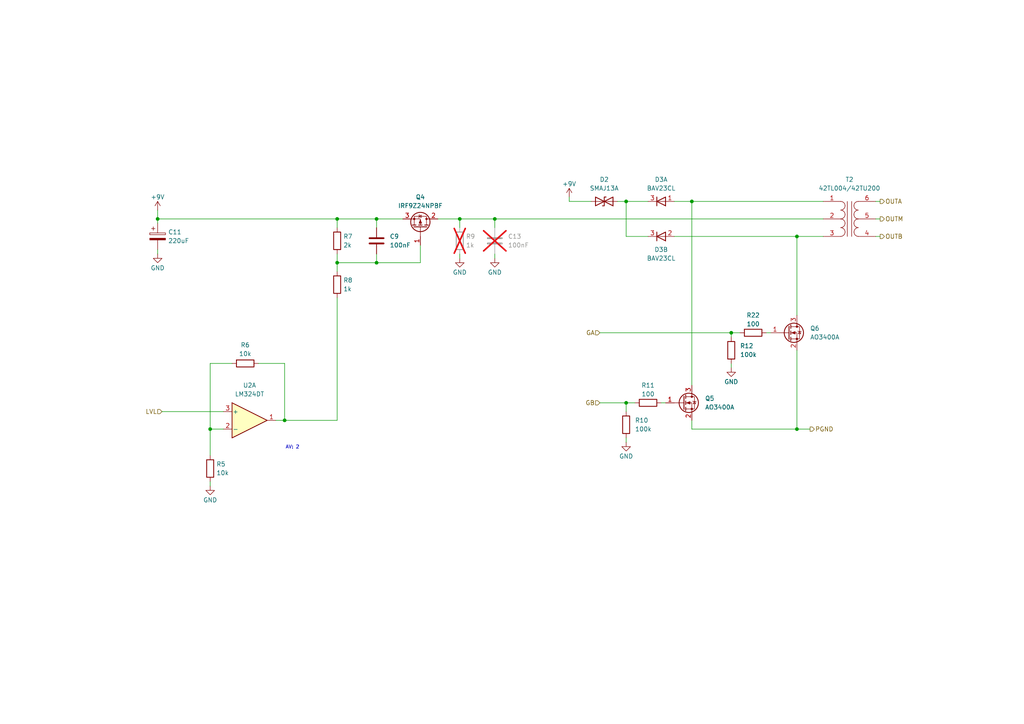
<source format=kicad_sch>
(kicad_sch (version 20231120) (generator "eeschema") (generator_version "8.0")
  (paper "A4")
  (title_block (title "SW32 - Output Board") (date "2024-05-27") (rev "1") (company "saawsm"))
  (lib_symbols
    (symbol "Amplifier_Operational:LM324" (pin_names (offset 0.127))
      (property "Reference" "U" (at 0 5.08 0))
      (property "Value" "LM324" (at 0 -5.08 0))
      (symbol "LM324_1_1"
        (polyline (pts (xy -5.08 5.08) (xy 5.08 0) (xy -5.08 -5.08) (xy -5.08 5.08)) (stroke (width 0.254)) (fill (type background)))
        (pin output line (at 7.62 0 180) (length 2.54) (name "~") (number "1"))
        (pin input line (at -7.62 -2.54 0) (length 2.54) (name "-") (number "2"))
        (pin input line (at -7.62 2.54 0) (length 2.54) (name "+") (number "3"))
      )
      (symbol "LM324_2_1"
        (polyline (pts (xy -5.08 5.08) (xy 5.08 0) (xy -5.08 -5.08) (xy -5.08 5.08)) (stroke (width 0.254)) (fill (type background)))
        (pin input line (at -7.62 2.54 0) (length 2.54) (name "+") (number "5"))
        (pin input line (at -7.62 -2.54 0) (length 2.54) (name "-") (number "6"))
        (pin output line (at 7.62 0 180) (length 2.54) (name "~") (number "7"))
      )
      (symbol "LM324_3_1"
        (polyline (pts (xy -5.08 5.08) (xy 5.08 0) (xy -5.08 -5.08) (xy -5.08 5.08)) (stroke (width 0.254)) (fill (type background)))
        (pin input line (at -7.62 2.54 0) (length 2.54) (name "+") (number "10"))
        (pin output line (at 7.62 0 180) (length 2.54) (name "~") (number "8"))
        (pin input line (at -7.62 -2.54 0) (length 2.54) (name "-") (number "9"))
      )
      (symbol "LM324_4_1"
        (polyline (pts (xy -5.08 5.08) (xy 5.08 0) (xy -5.08 -5.08) (xy -5.08 5.08)) (stroke (width 0.254)) (fill (type background)))
        (pin input line (at -7.62 2.54 0) (length 2.54) (name "+") (number "12"))
        (pin input line (at -7.62 -2.54 0) (length 2.54) (name "-") (number "13"))
        (pin output line (at 7.62 0 180) (length 2.54) (name "~") (number "14"))
      )
      (symbol "LM324_5_1"
        (pin power_in line (at -2.54 -7.62 90) (length 3.81) (name "V-") (number "11"))
        (pin power_in line (at -2.54 7.62 270) (length 3.81) (name "V+") (number "4"))
      )
    )
    (symbol "Device:C" (pin_numbers hide) (pin_names (offset 0.254))
      (property "Reference" "C" (at 0.635 2.54 0))
      (property "Value" "C" (at 0.635 -2.54 0))
      (symbol "C_0_1"
        (polyline (pts (xy -2.032 -0.762) (xy 2.032 -0.762)) (stroke (width 0.508)))
        (polyline (pts (xy -2.032 0.762) (xy 2.032 0.762)) (stroke (width 0.508)))
      )
      (symbol "C_1_1"
        (pin passive line (at 0 3.81 270) (length 2.794) (name "~") (number "1"))
        (pin passive line (at 0 -3.81 90) (length 2.794) (name "~") (number "2"))
      )
    )
    (symbol "Device:C_Polarized" (pin_numbers hide) (pin_names (offset 0.254))
      (property "Reference" "C" (at 0.635 2.54 0))
      (property "Value" "C_Polarized" (at 0.635 -2.54 0))
      (symbol "C_Polarized_0_1"
        (rectangle (start -2.286 0.508) (end 2.286 1.016))
        (polyline (pts (xy -1.778 2.286) (xy -0.762 2.286)))
        (polyline (pts (xy -1.27 2.794) (xy -1.27 1.778)))
        (rectangle (start 2.286 -0.508) (end -2.286 -1.016) (fill (type outline)))
      )
      (symbol "C_Polarized_1_1"
        (pin passive line (at 0 3.81 270) (length 2.794) (name "~") (number "1"))
        (pin passive line (at 0 -3.81 90) (length 2.794) (name "~") (number "2"))
      )
    )
    (symbol "Device:D_Dual_CommonCathode_AAK_Split" (pin_names (offset 0.762) hide)
      (property "Reference" "D" (at 0 2.54 0))
      (property "Value" "D_Dual_CommonCathode_AAK_Split" (at 0 -2.54 0))
      (symbol "D_Dual_CommonCathode_AAK_Split_0_0"
        (polyline (pts (xy 1.27 0) (xy -1.27 0)))
        (polyline (pts (xy 1.27 1.27) (xy 1.27 -1.27)) (stroke (width 0.254)))
      )
      (symbol "D_Dual_CommonCathode_AAK_Split_0_1"
        (polyline (pts (xy -1.27 1.27) (xy 1.27 0) (xy -1.27 -1.27) (xy -1.27 1.27) (xy -1.27 1.27) (xy -1.27 1.27)) (stroke (width 0.254)))
        (pin passive line (at 3.81 0 180) (length 2.54) (name "K") (number "3"))
      )
      (symbol "D_Dual_CommonCathode_AAK_Split_1_1"
        (pin passive line (at -3.81 0 0) (length 2.54) (name "A") (number "1"))
      )
      (symbol "D_Dual_CommonCathode_AAK_Split_2_1"
        (pin passive line (at -3.81 0 0) (length 2.54) (name "K") (number "2"))
      )
    )
    (symbol "Device:D_TVS" (pin_numbers hide) (pin_names (offset 1.016) hide)
      (property "Reference" "D" (at 0 2.54 0))
      (property "Value" "D_TVS" (at 0 -2.54 0))
      (symbol "D_TVS_0_1"
        (polyline (pts (xy 1.27 0) (xy -1.27 0)))
        (polyline (pts (xy 0.508 1.27) (xy 0 1.27) (xy 0 -1.27) (xy -0.508 -1.27)) (stroke (width 0.254)))
        (polyline (pts (xy -2.54 1.27) (xy -2.54 -1.27) (xy 2.54 1.27) (xy 2.54 -1.27) (xy -2.54 1.27)) (stroke (width 0.254)))
      )
      (symbol "D_TVS_1_1"
        (pin passive line (at -3.81 0 0) (length 2.54) (name "A1") (number "1"))
        (pin passive line (at 3.81 0 180) (length 2.54) (name "A2") (number "2"))
      )
    )
    (symbol "Device:Q_NMOS_GSD" (pin_names (offset 0) hide)
      (property "Reference" "Q" (at 5.08 1.27 0))
      (property "Value" "Q_NMOS_GSD" (at 5.08 -1.27 0))
      (symbol "Q_NMOS_GSD_0_1"
        (polyline (pts (xy 0.254 0) (xy -2.54 0)))
        (polyline (pts (xy 0.254 1.905) (xy 0.254 -1.905)) (stroke (width 0.254)))
        (polyline (pts (xy 0.762 -1.27) (xy 0.762 -2.286)) (stroke (width 0.254)))
        (polyline (pts (xy 0.762 0.508) (xy 0.762 -0.508)) (stroke (width 0.254)))
        (polyline (pts (xy 0.762 2.286) (xy 0.762 1.27)) (stroke (width 0.254)))
        (polyline (pts (xy 2.54 2.54) (xy 2.54 1.778)))
        (polyline (pts (xy 2.54 -2.54) (xy 2.54 0) (xy 0.762 0)))
        (polyline (pts (xy 0.762 -1.778) (xy 3.302 -1.778) (xy 3.302 1.778) (xy 0.762 1.778)))
        (polyline (pts (xy 1.016 0) (xy 2.032 0.381) (xy 2.032 -0.381) (xy 1.016 0)) (fill (type outline)))
        (polyline (pts (xy 2.794 0.508) (xy 2.921 0.381) (xy 3.683 0.381) (xy 3.81 0.254)))
        (polyline (pts (xy 3.302 0.381) (xy 2.921 -0.254) (xy 3.683 -0.254) (xy 3.302 0.381)))
        (circle (center 1.651 0) (radius 2.794) (stroke (width 0.254)))
        (circle (center 2.54 -1.778) (radius 0.254) (fill (type outline)))
        (circle (center 2.54 1.778) (radius 0.254) (fill (type outline)))
      )
      (symbol "Q_NMOS_GSD_1_1"
        (pin input line (at -5.08 0 0) (length 2.54) (name "G") (number "1"))
        (pin passive line (at 2.54 -5.08 90) (length 2.54) (name "S") (number "2"))
        (pin passive line (at 2.54 5.08 270) (length 2.54) (name "D") (number "3"))
      )
    )
    (symbol "Device:Q_PMOS_GDS" (pin_names (offset 0) hide)
      (property "Reference" "Q" (at 5.08 1.27 0))
      (property "Value" "Q_PMOS_GDS" (at 5.08 -1.27 0))
      (symbol "Q_PMOS_GDS_0_1"
        (polyline (pts (xy 0.254 0) (xy -2.54 0)))
        (polyline (pts (xy 0.254 1.905) (xy 0.254 -1.905)) (stroke (width 0.254)))
        (polyline (pts (xy 0.762 -1.27) (xy 0.762 -2.286)) (stroke (width 0.254)))
        (polyline (pts (xy 0.762 0.508) (xy 0.762 -0.508)) (stroke (width 0.254)))
        (polyline (pts (xy 0.762 2.286) (xy 0.762 1.27)) (stroke (width 0.254)))
        (polyline (pts (xy 2.54 2.54) (xy 2.54 1.778)))
        (polyline (pts (xy 2.54 -2.54) (xy 2.54 0) (xy 0.762 0)))
        (polyline (pts (xy 0.762 1.778) (xy 3.302 1.778) (xy 3.302 -1.778) (xy 0.762 -1.778)))
        (polyline (pts (xy 2.286 0) (xy 1.27 0.381) (xy 1.27 -0.381) (xy 2.286 0)) (fill (type outline)))
        (polyline (pts (xy 2.794 -0.508) (xy 2.921 -0.381) (xy 3.683 -0.381) (xy 3.81 -0.254)))
        (polyline (pts (xy 3.302 -0.381) (xy 2.921 0.254) (xy 3.683 0.254) (xy 3.302 -0.381)))
        (circle (center 1.651 0) (radius 2.794) (stroke (width 0.254)))
        (circle (center 2.54 -1.778) (radius 0.254) (fill (type outline)))
        (circle (center 2.54 1.778) (radius 0.254) (fill (type outline)))
      )
      (symbol "Q_PMOS_GDS_1_1"
        (pin input line (at -5.08 0 0) (length 2.54) (name "G") (number "1"))
        (pin passive line (at 2.54 5.08 270) (length 2.54) (name "D") (number "2"))
        (pin passive line (at 2.54 -5.08 90) (length 2.54) (name "S") (number "3"))
      )
    )
    (symbol "Device:R" (pin_numbers hide) (pin_names (offset 0))
      (property "Reference" "R" (at 2.032 0 90))
      (property "Value" "R" (at 0 0 90))
      (symbol "R_0_1"
        (rectangle (start -1.016 -2.54) (end 1.016 2.54) (stroke (width 0.254)))
      )
      (symbol "R_1_1"
        (pin passive line (at 0 3.81 270) (length 1.27) (name "~") (number "1"))
        (pin passive line (at 0 -3.81 90) (length 1.27) (name "~") (number "2"))
      )
    )
    (symbol "SaawLib:Transformer_SP_SS" (pin_names hide)
      (property "Reference" "T" (at 0 10.16 0))
      (property "Value" "Transformer_SP_SS" (at 0 7.62 0))
      (symbol "Transformer_SP_SS_0_1"
        (arc (start -2.54 -5.0546) (mid -1.6561 -4.6863) (end -1.27 -3.81))
        (arc (start -2.54 -2.5146) (mid -1.6561 -2.1463) (end -1.27 -1.27))
        (arc (start -2.54 0.0254) (mid -1.6561 0.3937) (end -1.27 1.27))
        (arc (start -2.54 2.5654) (mid -1.6561 2.9337) (end -1.27 3.81))
        (arc (start -1.27 -3.81) (mid -1.642 -2.912) (end -2.54 -2.54))
        (arc (start -1.27 -1.27) (mid -1.642 -0.372) (end -2.54 0))
        (arc (start -1.27 1.27) (mid -1.642 2.168) (end -2.54 2.54))
        (arc (start -1.27 3.81) (mid -1.642 4.708) (end -2.54 5.08))
        (polyline (pts (xy -0.635 5.08) (xy -0.635 -5.08)))
        (polyline (pts (xy 0.635 -5.08) (xy 0.635 5.08)))
        (arc (start 1.2954 -1.27) (mid 1.6599 -2.1501) (end 2.54 -2.5146))
        (arc (start 1.2954 1.27) (mid 1.6599 0.3899) (end 2.54 0.0254))
        (arc (start 1.2954 3.81) (mid 1.6599 2.9299) (end 2.54 2.5654))
        (arc (start 1.3208 -3.81) (mid 1.6853 -4.6901) (end 2.5654 -5.0546))
        (arc (start 2.54 0) (mid 1.6456 -0.3683) (end 1.2954 -1.27))
        (arc (start 2.54 2.54) (mid 1.6456 2.1717) (end 1.2954 1.27))
        (arc (start 2.54 5.08) (mid 1.6456 4.7117) (end 1.2954 3.81))
        (arc (start 2.5654 -2.54) (mid 1.671 -2.9083) (end 1.3208 -3.81))
      )
      (symbol "Transformer_SP_SS_1_1"
        (pin passive line (at -7.62 5.08 0) (length 5.08) (name "PR1") (number "1"))
        (pin passive line (at -7.62 0 0) (length 5.08) (name "PM") (number "2"))
        (pin passive line (at -7.62 -5.08 0) (length 5.08) (name "PR2") (number "3"))
        (pin passive line (at 7.62 -5.08 180) (length 5.08) (name "S1") (number "4"))
        (pin passive line (at 7.62 0 180) (length 5.08) (name "SM") (number "5"))
        (pin passive line (at 7.62 5.08 180) (length 5.08) (name "S2") (number "6"))
      )
    )
    (symbol "power:+9V" (power) (pin_numbers hide) (pin_names (offset 0) hide)
      (property "Value" "+9V" (at 0 3.556 0))
      (symbol "+9V_0_1"
        (polyline (pts (xy -0.762 1.27) (xy 0 2.54)))
        (polyline (pts (xy 0 0) (xy 0 2.54)))
        (polyline (pts (xy 0 2.54) (xy 0.762 1.27)))
      )
      (symbol "+9V_1_1"
        (pin power_in line (at 0 0 90) (length 0) (name "~") (number "1"))
      )
    )
    (symbol "power:GND" (power) (pin_numbers hide) (pin_names (offset 0) hide)
      (property "Value" "GND" (at 0 -3.81 0))
      (symbol "GND_0_1"
        (polyline (pts (xy 0 0) (xy 0 -1.27) (xy 1.27 -1.27) (xy 0 -2.54) (xy -1.27 -1.27) (xy 0 -1.27)))
      )
      (symbol "GND_1_1"
        (pin power_in line (at 0 0 270) (length 0) (name "~") (number "1"))
      )
    )
  )
  (junction (at 143.51 63.5))
  (junction (at 212.09 96.52))
  (junction (at 231.14 68.58))
  (junction (at 109.22 76.2))
  (junction (at 97.79 63.5))
  (junction (at 181.61 58.42))
  (junction (at 109.22 63.5))
  (junction (at 181.61 116.84))
  (junction (at 200.66 58.42))
  (junction (at 45.72 63.5))
  (junction (at 231.14 124.46))
  (junction (at 82.55 121.92))
  (junction (at 60.96 124.46))
  (junction (at 133.35 63.5))
  (junction (at 97.79 76.2))
  (wire (pts (xy 231.14 124.46) (xy 234.95 124.46)))
  (wire (pts (xy 97.79 63.5) (xy 97.79 66.04)))
  (wire (pts (xy 45.72 63.5) (xy 97.79 63.5)))
  (wire (pts (xy 212.09 97.79) (xy 212.09 96.52)))
  (wire (pts (xy 195.58 68.58) (xy 231.14 68.58)))
  (wire (pts (xy 179.07 58.42) (xy 181.61 58.42)))
  (wire (pts (xy 133.35 73.66) (xy 133.35 74.93)))
  (wire (pts (xy 181.61 68.58) (xy 181.61 58.42)))
  (wire (pts (xy 254 63.5) (xy 255.27 63.5)))
  (wire (pts (xy 45.72 63.5) (xy 45.72 64.77)))
  (wire (pts (xy 200.66 58.42) (xy 200.66 111.76)))
  (wire (pts (xy 173.99 96.52) (xy 212.09 96.52)))
  (wire (pts (xy 238.76 58.42) (xy 200.66 58.42)))
  (wire (pts (xy 195.58 58.42) (xy 200.66 58.42)))
  (wire (pts (xy 121.92 76.2) (xy 109.22 76.2)))
  (wire (pts (xy 184.15 116.84) (xy 181.61 116.84)))
  (wire (pts (xy 173.99 116.84) (xy 181.61 116.84)))
  (wire (pts (xy 127 63.5) (xy 133.35 63.5)))
  (wire (pts (xy 143.51 63.5) (xy 143.51 66.04)))
  (wire (pts (xy 212.09 96.52) (xy 214.63 96.52)))
  (wire (pts (xy 191.77 116.84) (xy 193.04 116.84)))
  (wire (pts (xy 181.61 68.58) (xy 187.96 68.58)))
  (wire (pts (xy 231.14 68.58) (xy 238.76 68.58)))
  (wire (pts (xy 181.61 58.42) (xy 187.96 58.42)))
  (wire (pts (xy 121.92 71.12) (xy 121.92 76.2)))
  (wire (pts (xy 60.96 124.46) (xy 60.96 132.08)))
  (wire (pts (xy 181.61 116.84) (xy 181.61 119.38)))
  (wire (pts (xy 181.61 128.27) (xy 181.61 127)))
  (wire (pts (xy 60.96 124.46) (xy 64.77 124.46)))
  (wire (pts (xy 46.99 119.38) (xy 64.77 119.38)))
  (wire (pts (xy 80.01 121.92) (xy 82.55 121.92)))
  (wire (pts (xy 97.79 121.92) (xy 97.79 86.36)))
  (wire (pts (xy 133.35 63.5) (xy 133.35 66.04)))
  (wire (pts (xy 212.09 106.68) (xy 212.09 105.41)))
  (wire (pts (xy 109.22 63.5) (xy 109.22 66.04)))
  (wire (pts (xy 200.66 124.46) (xy 231.14 124.46)))
  (wire (pts (xy 45.72 63.5) (xy 45.72 60.96)))
  (wire (pts (xy 231.14 124.46) (xy 231.14 101.6)))
  (wire (pts (xy 67.31 105.41) (xy 60.96 105.41)))
  (wire (pts (xy 165.1 58.42) (xy 171.45 58.42)))
  (wire (pts (xy 97.79 76.2) (xy 97.79 78.74)))
  (wire (pts (xy 109.22 76.2) (xy 97.79 76.2)))
  (wire (pts (xy 165.1 57.15) (xy 165.1 58.42)))
  (wire (pts (xy 60.96 105.41) (xy 60.96 124.46)))
  (wire (pts (xy 231.14 68.58) (xy 231.14 91.44)))
  (wire (pts (xy 222.25 96.52) (xy 223.52 96.52)))
  (wire (pts (xy 97.79 73.66) (xy 97.79 76.2)))
  (wire (pts (xy 82.55 121.92) (xy 97.79 121.92)))
  (wire (pts (xy 200.66 121.92) (xy 200.66 124.46)))
  (wire (pts (xy 254 68.58) (xy 255.27 68.58)))
  (wire (pts (xy 133.35 63.5) (xy 143.51 63.5)))
  (wire (pts (xy 97.79 63.5) (xy 109.22 63.5)))
  (wire (pts (xy 109.22 73.66) (xy 109.22 76.2)))
  (wire (pts (xy 109.22 63.5) (xy 116.84 63.5)))
  (wire (pts (xy 74.93 105.41) (xy 82.55 105.41)))
  (wire (pts (xy 82.55 105.41) (xy 82.55 121.92)))
  (wire (pts (xy 143.51 73.66) (xy 143.51 74.93)))
  (wire (pts (xy 45.72 72.39) (xy 45.72 73.66)))
  (wire (pts (xy 143.51 63.5) (xy 238.76 63.5)))
  (wire (pts (xy 60.96 139.7) (xy 60.96 140.97)))
  (wire (pts (xy 254 58.42) (xy 255.27 58.42)))
  (text "AV: 2" (at 84.836 129.794 0) (effects (font (size 1 1))))
  (hierarchical_label "OUTA" (shape output) (at 255.27 58.42 0))
  (hierarchical_label "GB" (shape input) (at 173.99 116.84 180))
  (hierarchical_label "PGND" (shape output) (at 234.95 124.46 0))
  (hierarchical_label "LVL" (shape input) (at 46.99 119.38 180))
  (hierarchical_label "OUTM" (shape output) (at 255.27 63.5 0))
  (hierarchical_label "OUTB" (shape output) (at 255.27 68.58 0))
  (hierarchical_label "GA" (shape input) (at 173.99 96.52 180))
  (symbol (lib_id "power:GND") (at 133.35 74.93 0) (unit 1)
    (property "Reference" "#PWR023" (effects (hide yes)))
    (property "Value" "GND" (at 133.35 78.994 0))
    (property "Description" "Power symbol creates a global label with name \"GND\" , ground" (effects (hide yes)))
    (instances (project "output_board" (path "" (reference "#PWR023") (unit 1)) (path "" (reference "#PWR031") (unit 1)) (path "" (reference "#PWR039") (unit 1)) (path "" (reference "#PWR047") (unit 1))))
  )
  (symbol (lib_id "Device:R") (at 218.44 96.52 90) (unit 1)
    (property "Reference" "R22" (at 218.44 91.44 90))
    (property "Value" "100" (at 218.44 93.98 90))
    (property "Footprint" "Resistor_SMD:R_0603_1608Metric" (effects (hide yes)))
    (property "Datasheet" "https://www.lcsc.com/datasheet/lcsc_datasheet_2206010130_UNI-ROYAL-Uniroyal-Elec-0603WAF1000T5E_C22775.pdf" (effects (hide yes)))
    (property "Description" "Resistor" (effects (hide yes)))
    (property "LCSC" "C22775" (effects (hide yes)))
    (property "Service" "PCBA" (effects (hide yes)))
    (instances (project "output_board" (path "" (reference "R22") (unit 1)) (path "" (reference "R31") (unit 1)) (path "" (reference "R40") (unit 1)) (path "" (reference "R13") (unit 1))))
  )
  (symbol (lib_id "Device:R") (at 97.79 82.55 180) (unit 1)
    (property "Reference" "R8" (at 99.568 81.28 0) (effects (justify right)))
    (property "Value" "1k" (at 99.568 83.82 0) (effects (justify right)))
    (property "Footprint" "Resistor_SMD:R_0603_1608Metric" (effects (hide yes)))
    (property "Datasheet" "https://www.lcsc.com/datasheet/lcsc_datasheet_2206010130_UNI-ROYAL-Uniroyal-Elec-0603WAF1001T5E_C21190.pdf" (effects (hide yes)))
    (property "Description" "Resistor" (effects (hide yes)))
    (property "LCSC" "C21190" (effects (hide yes)))
    (property "Service" "PCBA" (effects (hide yes)))
    (instances (project "output_board" (path "" (reference "R8") (unit 1)) (path "" (reference "R17") (unit 1)) (path "" (reference "R26") (unit 1)) (path "" (reference "R35") (unit 1))))
  )
  (symbol (lib_id "Device:R") (at 60.96 135.89 180) (unit 1)
    (property "Reference" "R5" (at 62.738 134.62 0) (effects (justify right)))
    (property "Value" "10k" (at 62.738 137.16 0) (effects (justify right)))
    (property "Footprint" "Resistor_SMD:R_0603_1608Metric" (effects (hide yes)))
    (property "Datasheet" "https://www.lcsc.com/datasheet/lcsc_datasheet_2206010045_UNI-ROYAL-Uniroyal-Elec-0603WAF1002T5E_C25804.pdf" (effects (hide yes)))
    (property "Description" "Resistor" (effects (hide yes)))
    (property "LCSC" "C25804" (effects (hide yes)))
    (property "Service" "PCBA" (effects (hide yes)))
    (instances (project "output_board" (path "" (reference "R5") (unit 1)) (path "" (reference "R14") (unit 1)) (path "" (reference "R23") (unit 1)) (path "" (reference "R32") (unit 1))))
  )
  (symbol (lib_id "Device:Q_PMOS_GDS") (at 121.92 66.04 270) (mirror x) (unit 1)
    (property "Reference" "Q4" (at 121.92 57.15 90))
    (property "Value" "IRF9Z24NPBF" (at 121.92 59.69 90))
    (property "Footprint" "Package_TO_SOT_THT:TO-220-3_Vertical" (effects (hide yes)))
    (property "Datasheet" "https://www.lcsc.com/datasheet/lcsc_datasheet_1809192211_Infineon-Technologies-IRF9Z24NPBF_C2576.pdf" (effects (hide yes)))
    (property "Description" "P-MOSFET transistor, gate/drain/source" (effects (hide yes)))
    (property "Service" "HandAssembly" (effects (hide yes)))
    (property "LCSC" "C2576" (effects (hide yes)))
    (instances (project "output_board" (path "" (reference "Q4") (unit 1)) (path "" (reference "Q7") (unit 1)) (path "" (reference "Q10") (unit 1)) (path "" (reference "Q1") (unit 1))))
  )
  (symbol (lib_id "Device:R") (at 181.61 123.19 0) (unit 1)
    (property "Reference" "R10" (at 184.15 121.9199 0) (effects (justify left)))
    (property "Value" "100k" (at 184.15 124.4599 0) (effects (justify left)))
    (property "Footprint" "Resistor_SMD:R_0603_1608Metric" (effects (hide yes)))
    (property "Datasheet" "https://www.lcsc.com/datasheet/lcsc_datasheet_2206010045_UNI-ROYAL-Uniroyal-Elec-0603WAF1003T5E_C25803.pdf" (effects (hide yes)))
    (property "Description" "Resistor" (effects (hide yes)))
    (property "Service" "PCBA" (effects (hide yes)))
    (property "LCSC" "C25803" (effects (hide yes)))
    (instances (project "output_board" (path "" (reference "R10") (unit 1)) (path "" (reference "R19") (unit 1)) (path "" (reference "R28") (unit 1)) (path "" (reference "R37") (unit 1))))
  )
  (symbol (lib_id "Device:R") (at 133.35 69.85 180) (unit 1) (in_bom no) (dnp yes)
    (property "Reference" "R9" (at 135.128 68.58 0) (effects (justify right)))
    (property "Value" "1k" (at 135.128 71.12 0) (effects (justify right)))
    (property "Footprint" "Resistor_SMD:R_0603_1608Metric" (effects (hide yes)))
    (property "Datasheet" "https://www.lcsc.com/datasheet/lcsc_datasheet_2206010130_UNI-ROYAL-Uniroyal-Elec-0603WAF1001T5E_C21190.pdf" (effects (hide yes)))
    (property "Description" "Resistor" (effects (hide yes)))
    (property "LCSC" "C21190" (effects (hide yes)))
    (property "Service" "PCBA" (effects (hide yes)))
    (instances (project "output_board" (path "" (reference "R9") (unit 1)) (path "" (reference "R18") (unit 1)) (path "" (reference "R27") (unit 1)) (path "" (reference "R36") (unit 1))))
  )
  (symbol (lib_id "power:GND") (at 212.09 106.68 0) (unit 1)
    (property "Reference" "#PWR035" (effects (hide yes)))
    (property "Value" "GND" (at 212.09 110.744 0))
    (property "Description" "Power symbol creates a global label with name \"GND\" , ground" (effects (hide yes)))
    (instances (project "output_board" (path "" (reference "#PWR035") (unit 1)) (path "" (reference "#PWR043") (unit 1)) (path "" (reference "#PWR051") (unit 1)) (path "" (reference "#PWR027") (unit 1))))
  )
  (symbol (lib_id "Device:Q_NMOS_GSD") (at 228.6 96.52 0) (unit 1)
    (property "Reference" "Q6" (at 234.95 95.2499 0) (effects (justify left)))
    (property "Value" "AO3400A" (at 234.95 97.7899 0) (effects (justify left)))
    (property "Footprint" "Package_TO_SOT_SMD:SOT-23" (effects (hide yes)))
    (property "Datasheet" "https://www.lcsc.com/datasheet/lcsc_datasheet_1811081213_Alpha---Omega-Semicon-AO3400A_C20917.pdf" (effects (hide yes)))
    (property "Description" "N-MOSFET transistor, gate/source/drain" (effects (hide yes)))
    (property "Service" "PCBA" (effects (hide yes)))
    (property "LCSC" "C20917" (effects (hide yes)))
    (instances (project "output_board" (path "" (reference "Q6") (unit 1)) (path "" (reference "Q9") (unit 1)) (path "" (reference "Q12") (unit 1)) (path "" (reference "Q3") (unit 1))))
  )
  (symbol (lib_id "SaawLib:Transformer_SP_SS") (at 246.38 63.5 0) (unit 1)
    (property "Reference" "T2" (at 246.38 52.07 0))
    (property "Value" "42TL004/42TU200" (at 246.38 54.61 0))
    (property "Footprint" "SaawLib:42TL_TU" (effects (hide yes)))
    (property "Datasheet" "https://www.mouser.com/datasheet/2/449/Yuetone_XC-600127-1212403.pdf" (effects (hide yes)))
    (property "Service" "HandAssembly" (effects (hide yes)))
    (instances (project "output_board" (path "" (reference "T2") (unit 1)) (path "" (reference "T3") (unit 1)) (path "" (reference "T4") (unit 1)) (path "" (reference "T1") (unit 1))))
  )
  (symbol (lib_id "power:GND") (at 143.51 74.93 0) (unit 1)
    (property "Reference" "#PWR024" (effects (hide yes)))
    (property "Value" "GND" (at 143.51 78.994 0))
    (property "Description" "Power symbol creates a global label with name \"GND\" , ground" (effects (hide yes)))
    (instances (project "output_board" (path "" (reference "#PWR024") (unit 1)) (path "" (reference "#PWR032") (unit 1)) (path "" (reference "#PWR040") (unit 1)) (path "" (reference "#PWR048") (unit 1))))
  )
  (symbol (lib_id "power:GND") (at 60.96 140.97 0) (unit 1)
    (property "Reference" "#PWR022" (effects (hide yes)))
    (property "Value" "GND" (at 60.96 145.034 0))
    (property "Description" "Power symbol creates a global label with name \"GND\" , ground" (effects (hide yes)))
    (instances (project "output_board" (path "" (reference "#PWR022") (unit 1)) (path "" (reference "#PWR030") (unit 1)) (path "" (reference "#PWR038") (unit 1)) (path "" (reference "#PWR046") (unit 1))))
  )
  (symbol (lib_id "Device:Q_NMOS_GSD") (at 198.12 116.84 0) (unit 1)
    (property "Reference" "Q5" (at 204.47 115.5699 0) (effects (justify left)))
    (property "Value" "AO3400A" (at 204.47 118.1099 0) (effects (justify left)))
    (property "Footprint" "Package_TO_SOT_SMD:SOT-23" (effects (hide yes)))
    (property "Datasheet" "https://www.lcsc.com/datasheet/lcsc_datasheet_1811081213_Alpha---Omega-Semicon-AO3400A_C20917.pdf" (effects (hide yes)))
    (property "Description" "N-MOSFET transistor, gate/source/drain" (effects (hide yes)))
    (property "Service" "PCBA" (effects (hide yes)))
    (property "LCSC" "C20917" (effects (hide yes)))
    (instances (project "output_board" (path "" (reference "Q5") (unit 1)) (path "" (reference "Q8") (unit 1)) (path "" (reference "Q11") (unit 1)) (path "" (reference "Q2") (unit 1))))
  )
  (symbol (lib_id "Device:R") (at 212.09 101.6 0) (unit 1)
    (property "Reference" "R12" (at 214.63 100.3299 0) (effects (justify left)))
    (property "Value" "100k" (at 214.63 102.8699 0) (effects (justify left)))
    (property "Footprint" "Resistor_SMD:R_0603_1608Metric" (effects (hide yes)))
    (property "Datasheet" "https://www.lcsc.com/datasheet/lcsc_datasheet_2206010045_UNI-ROYAL-Uniroyal-Elec-0603WAF1003T5E_C25803.pdf" (effects (hide yes)))
    (property "Description" "Resistor" (effects (hide yes)))
    (property "Service" "PCBA" (effects (hide yes)))
    (property "LCSC" "C25803" (effects (hide yes)))
    (instances (project "output_board" (path "" (reference "R12") (unit 1)) (path "" (reference "R21") (unit 1)) (path "" (reference "R30") (unit 1)) (path "" (reference "R39") (unit 1))))
  )
  (symbol (lib_id "power:+9V") (at 45.72 60.96 0) (unit 1)
    (property "Reference" "#PWR028" (effects (hide yes)))
    (property "Value" "+9V" (at 45.72 57.15 0))
    (property "Description" "Power symbol creates a global label with name \"+9V\"" (effects (hide yes)))
    (instances (project "output_board" (path "" (reference "#PWR028") (unit 1)) (path "" (reference "#PWR036") (unit 1)) (path "" (reference "#PWR044") (unit 1)) (path "" (reference "#PWR020") (unit 1))))
  )
  (symbol (lib_id "power:GND") (at 45.72 73.66 0) (unit 1)
    (property "Reference" "#PWR021" (effects (hide yes)))
    (property "Value" "GND" (at 45.72 77.724 0))
    (property "Description" "Power symbol creates a global label with name \"GND\" , ground" (effects (hide yes)))
    (instances (project "output_board" (path "" (reference "#PWR021") (unit 1)) (path "" (reference "#PWR029") (unit 1)) (path "" (reference "#PWR037") (unit 1)) (path "" (reference "#PWR045") (unit 1))))
  )
  (symbol (lib_id "Device:D_TVS") (at 175.26 58.42 180) (unit 1)
    (property "Reference" "D2" (at 175.26 52.07 0))
    (property "Value" "SMAJ13A" (at 175.26 54.61 0))
    (property "Footprint" "Diode_SMD:D_SMA" (effects (hide yes)))
    (property "Datasheet" "https://www.lcsc.com/datasheet/lcsc_datasheet_2304140030_Diodes-Incorporated-SMAJ13A-13-F_C110519.pdf" (effects (hide yes)))
    (property "Description" "Bidirectional transient-voltage-suppression diode" (effects (hide yes)))
    (property "LCSC" "C110519" (effects (hide yes)))
    (property "Service" "PCBA" (effects (hide yes)))
    (instances (project "output_board" (path "" (reference "D2") (unit 1)) (path "" (reference "D4") (unit 1)) (path "" (reference "D6") (unit 1)) (path "" (reference "D8") (unit 1))))
  )
  (symbol (lib_id "Device:R") (at 71.12 105.41 270) (unit 1)
    (property "Reference" "R6" (at 71.12 100.076 90))
    (property "Value" "10k" (at 71.12 102.616 90))
    (property "Footprint" "Resistor_SMD:R_0603_1608Metric" (effects (hide yes)))
    (property "Datasheet" "https://www.lcsc.com/datasheet/lcsc_datasheet_2206010045_UNI-ROYAL-Uniroyal-Elec-0603WAF1002T5E_C25804.pdf" (effects (hide yes)))
    (property "Description" "Resistor" (effects (hide yes)))
    (property "LCSC" "C25804" (effects (hide yes)))
    (property "Service" "PCBA" (effects (hide yes)))
    (instances (project "output_board" (path "" (reference "R6") (unit 1)) (path "" (reference "R15") (unit 1)) (path "" (reference "R24") (unit 1)) (path "" (reference "R33") (unit 1))))
  )
  (symbol (lib_id "Device:C") (at 143.51 69.85 0) (unit 1) (in_bom no) (dnp yes)
    (property "Reference" "C13" (at 147.32 68.5799 0) (effects (justify left)))
    (property "Value" "100nF" (at 147.32 71.1199 0) (effects (justify left)))
    (property "Footprint" "Capacitor_SMD:C_0603_1608Metric" (effects (hide yes)))
    (property "Datasheet" "https://www.lcsc.com/datasheet/lcsc_datasheet_2211101700_YAGEO-CC0603KRX7R9BB104_C14663.pdf" (effects (hide yes)))
    (property "Description" "Unpolarized capacitor" (effects (hide yes)))
    (property "LCSC" "C14663" (effects (hide yes)))
    (property "Service" "PCBA" (effects (hide yes)))
    (instances (project "output_board" (path "" (reference "C13") (unit 1)) (path "" (reference "C16") (unit 1)) (path "" (reference "C19") (unit 1)) (path "" (reference "C10") (unit 1))))
  )
  (symbol (lib_id "Device:D_Dual_CommonCathode_AAK_Split") (at 191.77 58.42 180) (unit 1)
    (property "Reference" "D3" (at 191.77 52.07 0))
    (property "Value" "BAV23CL" (at 191.77 54.61 0))
    (property "Footprint" "Package_TO_SOT_SMD:SOT-23-3" (effects (hide yes)))
    (property "Datasheet" "https://www.lcsc.com/datasheet/lcsc_datasheet_2210210130_onsemi-BAV23CLT1G_C232533.pdf" (effects (hide yes)))
    (property "Description" "Dual diode, common anode on pin 1" (effects (hide yes)))
    (property "LCSC" "C232533" (effects (hide yes)))
    (property "Service" "PCBA" (effects (hide yes)))
    (instances (project "output_board" (path "" (reference "D3") (unit 1)) (path "" (reference "D5") (unit 1)) (path "" (reference "D7") (unit 1)) (path "" (reference "D9") (unit 1))))
  )
  (symbol (lib_id "Device:R") (at 187.96 116.84 90) (unit 1)
    (property "Reference" "R11" (at 187.96 111.76 90))
    (property "Value" "100" (at 187.96 114.3 90))
    (property "Footprint" "Resistor_SMD:R_0603_1608Metric" (effects (hide yes)))
    (property "Datasheet" "https://www.lcsc.com/datasheet/lcsc_datasheet_2206010130_UNI-ROYAL-Uniroyal-Elec-0603WAF1000T5E_C22775.pdf" (effects (hide yes)))
    (property "Description" "Resistor" (effects (hide yes)))
    (property "LCSC" "C22775" (effects (hide yes)))
    (property "Service" "PCBA" (effects (hide yes)))
    (instances (project "output_board" (path "" (reference "R11") (unit 1)) (path "" (reference "R20") (unit 1)) (path "" (reference "R29") (unit 1)) (path "" (reference "R38") (unit 1))))
  )
  (symbol (lib_id "Device:R") (at 97.79 69.85 180) (unit 1)
    (property "Reference" "R7" (at 99.568 68.58 0) (effects (justify right)))
    (property "Value" "2k" (at 99.568 71.12 0) (effects (justify right)))
    (property "Footprint" "Resistor_SMD:R_0603_1608Metric" (effects (hide yes)))
    (property "Datasheet" "https://www.lcsc.com/datasheet/lcsc_datasheet_2206010116_UNI-ROYAL-Uniroyal-Elec-0603WAF2001T5E_C22975.pdf" (effects (hide yes)))
    (property "Description" "Resistor" (effects (hide yes)))
    (property "LCSC" "C22975" (effects (hide yes)))
    (property "Service" "PCBA" (effects (hide yes)))
    (instances (project "output_board" (path "" (reference "R7") (unit 1)) (path "" (reference "R16") (unit 1)) (path "" (reference "R25") (unit 1)) (path "" (reference "R34") (unit 1))))
  )
  (symbol (lib_id "Device:D_Dual_CommonCathode_AAK_Split") (at 191.77 68.58 180) (unit 2)
    (property "Reference" "D3" (at 191.77 72.39 0))
    (property "Value" "BAV23CL" (at 191.77 74.93 0))
    (property "Footprint" "Package_TO_SOT_SMD:SOT-23-3" (effects (hide yes)))
    (property "Datasheet" "https://www.lcsc.com/datasheet/lcsc_datasheet_2210210130_onsemi-BAV23CLT1G_C232533.pdf" (effects (hide yes)))
    (property "Description" "Dual diode, common anode on pin 1" (effects (hide yes)))
    (property "LCSC" "C232533" (effects (hide yes)))
    (property "Service" "PCBA" (effects (hide yes)))
    (instances (project "output_board" (path "" (reference "D3") (unit 2)) (path "" (reference "D5") (unit 2)) (path "" (reference "D7") (unit 2)) (path "" (reference "D9") (unit 2))))
  )
  (symbol (lib_id "Device:C_Polarized") (at 45.72 68.58 0) (unit 1)
    (property "Reference" "C11" (at 48.768 67.31 0) (effects (justify left)))
    (property "Value" "220uF" (at 48.768 69.85 0) (effects (justify left)))
    (property "Footprint" "Capacitor_THT:CP_Radial_D8.0mm_P3.50mm" (effects (hide yes)))
    (property "Description" "Polarized capacitor" (effects (hide yes)))
    (property "Service" "HandAssembly" (effects (hide yes)))
    (instances (project "output_board" (path "" (reference "C11") (unit 1)) (path "" (reference "C14") (unit 1)) (path "" (reference "C17") (unit 1)) (path "" (reference "C8") (unit 1))))
  )
  (symbol (lib_id "Device:C") (at 109.22 69.85 0) (unit 1)
    (property "Reference" "C9" (at 113.03 68.5799 0) (effects (justify left)))
    (property "Value" "100nF" (at 113.03 71.1199 0) (effects (justify left)))
    (property "Footprint" "Capacitor_SMD:C_0603_1608Metric" (effects (hide yes)))
    (property "Datasheet" "https://www.lcsc.com/datasheet/lcsc_datasheet_2211101700_YAGEO-CC0603KRX7R9BB104_C14663.pdf" (effects (hide yes)))
    (property "Description" "Unpolarized capacitor" (effects (hide yes)))
    (property "LCSC" "C14663" (effects (hide yes)))
    (property "Service" "PCBA" (effects (hide yes)))
    (instances (project "output_board" (path "" (reference "C9") (unit 1)) (path "" (reference "C12") (unit 1)) (path "" (reference "C15") (unit 1)) (path "" (reference "C18") (unit 1))))
  )
  (symbol (lib_id "Amplifier_Operational:LM324") (at 72.39 121.92 0) (unit 1)
    (property "Reference" "U2" (at 72.39 111.76 0))
    (property "Value" "LM324DT" (at 72.39 114.3 0))
    (property "Footprint" "Package_SO:SOIC-14_3.9x8.7mm_P1.27mm" (effects (hide yes)))
    (property "Datasheet" "https://www.lcsc.com/datasheet/lcsc_datasheet_1809051220_STMicroelectronics-LM324DT_C71035.pdf" (effects (hide yes)))
    (property "Description" "Low-Power, Quad-Operational Amplifiers, DIP-14/SOIC-14/SSOP-14" (effects (hide yes)))
    (property "LCSC" "C71035" (effects (hide yes)))
    (property "Service" "PCBA" (effects (hide yes)))
    (instances (project "output_board" (path "" (reference "U2") (unit 1)) (path "" (reference "U2") (unit 2)) (path "" (reference "U2") (unit 3)) (path "" (reference "U2") (unit 4))))
  )
  (symbol (lib_id "power:GND") (at 181.61 128.27 0) (unit 1)
    (property "Reference" "#PWR026" (effects (hide yes)))
    (property "Value" "GND" (at 181.61 132.334 0))
    (property "Description" "Power symbol creates a global label with name \"GND\" , ground" (effects (hide yes)))
    (instances (project "output_board" (path "" (reference "#PWR026") (unit 1)) (path "" (reference "#PWR034") (unit 1)) (path "" (reference "#PWR042") (unit 1)) (path "" (reference "#PWR050") (unit 1))))
  )
  (symbol (lib_id "power:+9V") (at 165.1 57.15 0) (unit 1)
    (property "Reference" "#PWR025" (effects (hide yes)))
    (property "Value" "+9V" (at 165.1 53.34 0))
    (property "Description" "Power symbol creates a global label with name \"+9V\"" (effects (hide yes)))
    (instances (project "output_board" (path "" (reference "#PWR025") (unit 1)) (path "" (reference "#PWR033") (unit 1)) (path "" (reference "#PWR041") (unit 1)) (path "" (reference "#PWR049") (unit 1))))
  )
)
</source>
